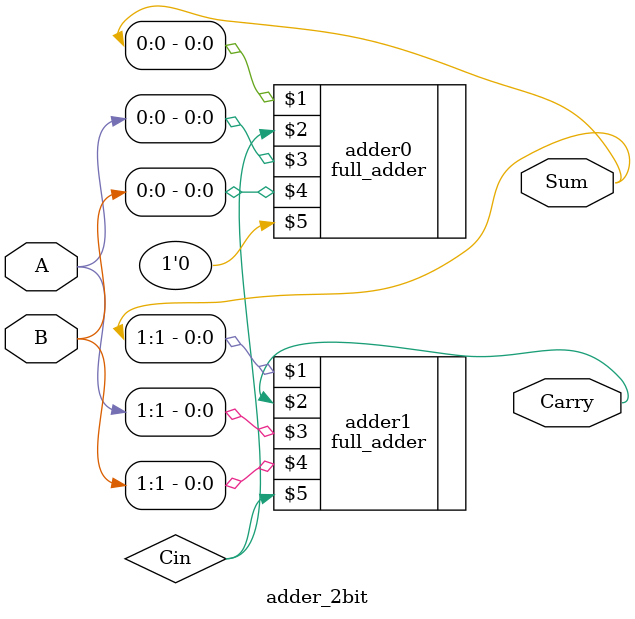
<source format=v>
`timescale 1ns / 1ps

module adder_2bit(Carry, Sum, A, B);
    //Inputs and outputs
    output wire Carry; //1-bit output
    output wire [1:0]Sum; //2-bit output
    input wire [1:0]A, B; //2-bit input
    
    wire Cin; //initial carry from full-adder
    
    full_adder adder0(Sum[0], Cin, A[0], B[0], 1'b0);
    full_adder adder1(Sum[1], Carry, A[1], B[1], Cin);

endmodule

</source>
